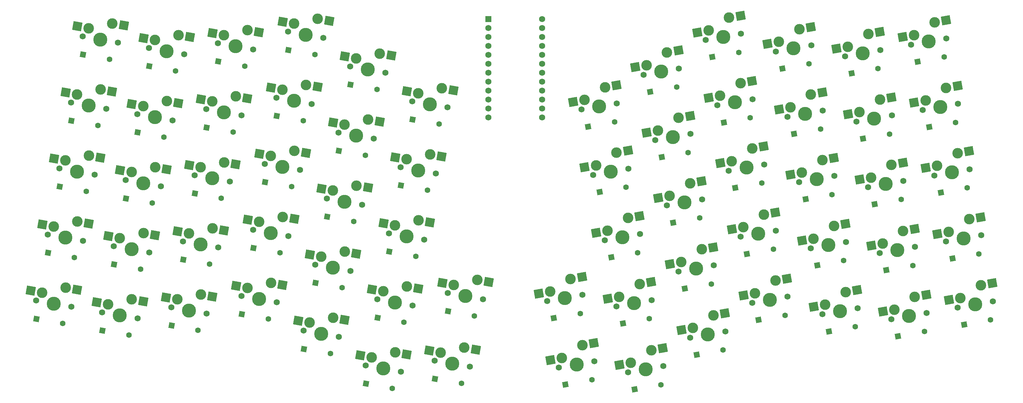
<source format=gbs>
%TF.GenerationSoftware,KiCad,Pcbnew,(6.0.8)*%
%TF.CreationDate,2023-02-18T20:03:01+07:00*%
%TF.ProjectId,test,74657374-2e6b-4696-9361-645f70636258,rev?*%
%TF.SameCoordinates,Original*%
%TF.FileFunction,Soldermask,Bot*%
%TF.FilePolarity,Negative*%
%FSLAX46Y46*%
G04 Gerber Fmt 4.6, Leading zero omitted, Abs format (unit mm)*
G04 Created by KiCad (PCBNEW (6.0.8)) date 2023-02-18 20:03:01*
%MOMM*%
%LPD*%
G01*
G04 APERTURE LIST*
G04 Aperture macros list*
%AMHorizOval*
0 Thick line with rounded ends*
0 $1 width*
0 $2 $3 position (X,Y) of the first rounded end (center of the circle)*
0 $4 $5 position (X,Y) of the second rounded end (center of the circle)*
0 Add line between two ends*
20,1,$1,$2,$3,$4,$5,0*
0 Add two circle primitives to create the rounded ends*
1,1,$1,$2,$3*
1,1,$1,$4,$5*%
%AMRotRect*
0 Rectangle, with rotation*
0 The origin of the aperture is its center*
0 $1 length*
0 $2 width*
0 $3 Rotation angle, in degrees counterclockwise*
0 Add horizontal line*
21,1,$1,$2,0,0,$3*%
G04 Aperture macros list end*
%ADD10C,1.750000*%
%ADD11C,3.000000*%
%ADD12C,3.987800*%
%ADD13RotRect,2.550000X2.500000X10.000000*%
%ADD14RotRect,2.550000X2.500000X350.000000*%
%ADD15RotRect,1.600000X1.600000X10.000000*%
%ADD16HorizOval,1.600000X0.000000X0.000000X0.000000X0.000000X0*%
%ADD17RotRect,1.600000X1.600000X350.000000*%
%ADD18HorizOval,1.600000X0.000000X0.000000X0.000000X0.000000X0*%
%ADD19C,1.752600*%
%ADD20R,1.752600X1.752600*%
G04 APERTURE END LIST*
D10*
%TO.C,SW61*%
X232797526Y-140654658D03*
D11*
X223601519Y-139696979D03*
X229413982Y-136092901D03*
D10*
X222791880Y-142418924D03*
D12*
X227794703Y-141536791D03*
D13*
X220376274Y-140265677D03*
X232665817Y-135519515D03*
%TD*%
D11*
%TO.C,SW2*%
X53376850Y-67762836D03*
D10*
X51685078Y-70043714D03*
D11*
X60071445Y-66364090D03*
D12*
X56687901Y-70925847D03*
D10*
X61690724Y-71807980D03*
D14*
X50151604Y-67194138D03*
X63323281Y-66937476D03*
%TD*%
D15*
%TO.C,D34*%
X200422874Y-119611770D03*
D16*
X207927109Y-118288571D03*
%TD*%
D10*
%TO.C,SW19*%
X146438056Y-141371524D03*
X136432410Y-139607258D03*
D12*
X141435233Y-140489391D03*
D11*
X144818777Y-135927634D03*
X138124182Y-137326380D03*
D14*
X134898936Y-136757682D03*
X148070613Y-136501020D03*
%TD*%
D17*
%TO.C,D53*%
X38535994Y-150266666D03*
D18*
X46040229Y-151589865D03*
%TD*%
D11*
%TO.C,SW51*%
X278560083Y-122268750D03*
D12*
X282753267Y-124108562D03*
D10*
X277750444Y-124990695D03*
D11*
X284372546Y-118664672D03*
D10*
X287756090Y-123226429D03*
D13*
X275334838Y-122837448D03*
X287624381Y-118091286D03*
%TD*%
D15*
%TO.C,D61*%
X224641658Y-147258740D03*
D16*
X232145893Y-145935541D03*
%TD*%
D15*
%TO.C,D10*%
X231394214Y-75849810D03*
D16*
X238898449Y-74526611D03*
%TD*%
D15*
%TO.C,D59*%
X189436081Y-167007147D03*
D16*
X196940316Y-165683948D03*
%TD*%
D12*
%TO.C,SW20*%
X182698213Y-105191041D03*
D10*
X187701036Y-104308908D03*
D11*
X184317492Y-99747151D03*
X178505029Y-103351229D03*
D10*
X177695390Y-106073174D03*
D13*
X175279784Y-103919927D03*
X187569327Y-99173765D03*
%TD*%
D12*
%TO.C,SW47*%
X206883917Y-132650406D03*
D10*
X201881094Y-133532539D03*
D11*
X202690733Y-130810594D03*
D10*
X211886740Y-131768273D03*
D11*
X208503196Y-127206516D03*
D13*
X199465488Y-131379292D03*
X211755031Y-126633130D03*
%TD*%
D10*
%TO.C,SW52*%
X19692499Y-141778066D03*
D11*
X28078866Y-138098442D03*
X21384271Y-139497188D03*
D12*
X24695322Y-142660199D03*
D10*
X29698145Y-143542332D03*
D14*
X18159025Y-138928490D03*
X31330702Y-138671828D03*
%TD*%
D11*
%TO.C,SW24*%
X253216580Y-88243179D03*
X259029043Y-84639101D03*
D12*
X257409764Y-90082991D03*
D10*
X252406941Y-90965124D03*
X262412587Y-89200858D03*
D13*
X249991335Y-88811877D03*
X262280878Y-84065715D03*
%TD*%
D15*
%TO.C,D21*%
X197147956Y-101038788D03*
D16*
X204652191Y-99715589D03*
%TD*%
D10*
%TO.C,SW32*%
X164674178Y-141930791D03*
D12*
X169677001Y-141048658D03*
D11*
X165483817Y-139208846D03*
X171296280Y-135604768D03*
D10*
X174679824Y-140166525D03*
D13*
X162258572Y-139777544D03*
X174548115Y-135031382D03*
%TD*%
D17*
%TO.C,D40*%
X41843992Y-131506079D03*
D18*
X49348227Y-132829278D03*
%TD*%
D15*
%TO.C,D48*%
X221333660Y-128498153D03*
D16*
X228837895Y-127174954D03*
%TD*%
D17*
%TO.C,D2*%
X51767985Y-75224316D03*
D18*
X59272220Y-76547515D03*
%TD*%
D11*
%TO.C,SW49*%
X240211908Y-124194599D03*
D10*
X239402269Y-126916544D03*
D12*
X244405092Y-126034411D03*
D10*
X249407915Y-125152278D03*
D11*
X246024371Y-120590521D03*
D13*
X236986663Y-124763297D03*
X249276206Y-120017135D03*
%TD*%
D11*
%TO.C,SW10*%
X236166538Y-64683970D03*
D12*
X234547259Y-70127860D03*
D10*
X239550082Y-69245727D03*
X229544436Y-71009993D03*
D11*
X230354075Y-68288048D03*
D13*
X227128830Y-68856746D03*
X239418373Y-64110584D03*
%TD*%
D15*
%TO.C,D51*%
X279600222Y-129830512D03*
D16*
X287104457Y-128507313D03*
%TD*%
D17*
%TO.C,D41*%
X61431579Y-130123930D03*
D18*
X68935814Y-131447129D03*
%TD*%
D15*
%TO.C,D37*%
X257531636Y-114377923D03*
D16*
X265035871Y-113054724D03*
%TD*%
D11*
%TO.C,SW11*%
X255754125Y-66066120D03*
D10*
X249132023Y-72392143D03*
X259137669Y-70627877D03*
D11*
X249941662Y-69670198D03*
D12*
X254134846Y-71510010D03*
D13*
X246716417Y-70238896D03*
X259005960Y-65492734D03*
%TD*%
D11*
%TO.C,SW7*%
X181042574Y-81174169D03*
X175230111Y-84778247D03*
D10*
X184426118Y-85735926D03*
D12*
X179423295Y-86618059D03*
D10*
X174420472Y-87500192D03*
D13*
X172004866Y-85346945D03*
X184294409Y-80600783D03*
%TD*%
D15*
%TO.C,D35*%
X218025662Y-109737566D03*
D16*
X225529897Y-108414367D03*
%TD*%
D11*
%TO.C,SW40*%
X43452857Y-124044599D03*
D10*
X41761085Y-126325477D03*
D12*
X46763908Y-127207610D03*
D10*
X51766731Y-128089743D03*
D11*
X50147452Y-122645853D03*
D14*
X40227611Y-123475901D03*
X53399288Y-123219239D03*
%TD*%
D17*
%TO.C,D28*%
X64739577Y-111363342D03*
D18*
X72243812Y-112686541D03*
%TD*%
D12*
%TO.C,SW60*%
X210191915Y-151410994D03*
D10*
X215194738Y-150528861D03*
X205189092Y-152293127D03*
D11*
X211811194Y-145967104D03*
X205998731Y-149571182D03*
D13*
X202773486Y-150139880D03*
X215063029Y-145393718D03*
%TD*%
D11*
%TO.C,SW35*%
X216985524Y-102175804D03*
D10*
X216175885Y-104897749D03*
X226181531Y-103133483D03*
D12*
X221178708Y-104015616D03*
D11*
X222797987Y-98571726D03*
D13*
X213760279Y-102744502D03*
X226049822Y-97998340D03*
%TD*%
D15*
%TO.C,D60*%
X207038869Y-157132944D03*
D16*
X214543104Y-155809745D03*
%TD*%
D17*
%TO.C,D14*%
X48459987Y-93984904D03*
D18*
X55964222Y-95308103D03*
%TD*%
D17*
%TO.C,D52*%
X19775406Y-146958668D03*
D18*
X27279641Y-148281867D03*
%TD*%
D11*
%TO.C,SW12*%
X274514713Y-62758122D03*
X268702250Y-66362200D03*
D10*
X277898257Y-67319879D03*
X267892611Y-69084145D03*
D12*
X272895434Y-68202012D03*
D13*
X265477005Y-66930898D03*
X277766548Y-62184736D03*
%TD*%
D17*
%TO.C,D6*%
X126479536Y-90332366D03*
D18*
X133983771Y-91655565D03*
%TD*%
D11*
%TO.C,SW29*%
X86266828Y-100643654D03*
D10*
X94580702Y-104688798D03*
X84575056Y-102924532D03*
D11*
X92961423Y-99244908D03*
D12*
X89577879Y-103806665D03*
D14*
X83041582Y-100074956D03*
X96213259Y-99818294D03*
%TD*%
D11*
%TO.C,SW14*%
X50068852Y-86523424D03*
X56763447Y-85124678D03*
D12*
X53379903Y-89686435D03*
D10*
X58382726Y-90568568D03*
X48377080Y-88804302D03*
D14*
X46843606Y-85954726D03*
X60015283Y-85698064D03*
%TD*%
D15*
%TO.C,D64*%
X282908219Y-148591100D03*
D16*
X290412454Y-147267901D03*
%TD*%
D17*
%TO.C,D29*%
X84657964Y-108105134D03*
D18*
X92162199Y-109428333D03*
%TD*%
D17*
%TO.C,D57*%
X113247545Y-165374716D03*
D18*
X120751780Y-166697915D03*
%TD*%
D11*
%TO.C,SW13*%
X38002859Y-81816680D03*
X31308264Y-83215426D03*
D10*
X39622138Y-87260570D03*
X29616492Y-85496304D03*
D12*
X34619315Y-86378437D03*
D14*
X28083018Y-82646728D03*
X41254695Y-82390066D03*
%TD*%
D17*
%TO.C,D5*%
X108876748Y-80458163D03*
D18*
X116380983Y-81781362D03*
%TD*%
D17*
%TO.C,D15*%
X68047574Y-92602755D03*
D18*
X75551809Y-93925954D03*
%TD*%
D15*
%TO.C,D9*%
X211475827Y-72591602D03*
D16*
X218980062Y-71268403D03*
%TD*%
D11*
%TO.C,SW23*%
X239441456Y-83256952D03*
X233628993Y-86861030D03*
D10*
X232819354Y-89582975D03*
X242825000Y-87818709D03*
D12*
X237822177Y-88700842D03*
D13*
X230403748Y-87429728D03*
X242693291Y-82683566D03*
%TD*%
D12*
%TO.C,SW6*%
X131399452Y-86033897D03*
D11*
X128088401Y-82870886D03*
X134782996Y-81472140D03*
D10*
X126396629Y-85151764D03*
X136402275Y-86916030D03*
D14*
X124863155Y-82302188D03*
X138034832Y-82045526D03*
%TD*%
D15*
%TO.C,D63*%
X264147632Y-151899098D03*
D16*
X271651867Y-150575899D03*
%TD*%
D17*
%TO.C,D16*%
X87965961Y-89344547D03*
D18*
X95470196Y-90667746D03*
%TD*%
D15*
%TO.C,D22*%
X214750744Y-91164584D03*
D16*
X222254979Y-89841385D03*
%TD*%
D17*
%TO.C,D30*%
X102260752Y-117979338D03*
D18*
X109764987Y-119302537D03*
%TD*%
D11*
%TO.C,SW39*%
X31386864Y-119337855D03*
D10*
X23000497Y-123017479D03*
D12*
X28003320Y-123899612D03*
D10*
X33006143Y-124781745D03*
D11*
X24692269Y-120736601D03*
D14*
X21467023Y-120167903D03*
X34638700Y-119911241D03*
%TD*%
D15*
%TO.C,D32*%
X166523956Y-146770608D03*
D16*
X174028191Y-145447409D03*
%TD*%
D11*
%TO.C,SW53*%
X40144859Y-142805186D03*
D12*
X43455910Y-145968197D03*
D10*
X38453087Y-145086064D03*
X48458733Y-146850330D03*
D11*
X46839454Y-141406440D03*
D14*
X36919613Y-142236488D03*
X50091290Y-141979826D03*
%TD*%
D11*
%TO.C,SW3*%
X79659032Y-64981941D03*
D12*
X76275488Y-69543698D03*
D10*
X71272665Y-68661565D03*
X81278311Y-70425831D03*
D11*
X72964437Y-66380687D03*
D14*
X69739191Y-65811989D03*
X82910868Y-65555327D03*
%TD*%
D15*
%TO.C,D49*%
X241252047Y-131756361D03*
D16*
X248756282Y-130433162D03*
%TD*%
D17*
%TO.C,D55*%
X78041968Y-145626309D03*
D18*
X85546203Y-146949508D03*
%TD*%
D12*
%TO.C,SW1*%
X37927313Y-67617849D03*
D11*
X34616262Y-64454838D03*
D10*
X42930136Y-68499982D03*
D11*
X41310857Y-63056092D03*
D10*
X32924490Y-66735716D03*
D14*
X31391016Y-63886140D03*
X44562693Y-63629478D03*
%TD*%
D11*
%TO.C,SW37*%
X256491498Y-106816161D03*
D10*
X255681859Y-109538106D03*
X265687505Y-107773840D03*
D11*
X262303961Y-103212083D03*
D12*
X260684682Y-108655973D03*
D13*
X253266253Y-107384859D03*
X265555796Y-102638697D03*
%TD*%
D11*
%TO.C,SW17*%
X113872210Y-90358524D03*
X107177615Y-91757270D03*
D12*
X110488666Y-94920281D03*
D10*
X115491489Y-95802414D03*
X105485843Y-94038148D03*
D14*
X103952369Y-91188572D03*
X117124046Y-90931910D03*
%TD*%
D11*
%TO.C,SW27*%
X53455449Y-103885266D03*
D10*
X45069082Y-107564890D03*
X55074728Y-109329156D03*
D11*
X46760854Y-105284012D03*
D12*
X50071905Y-108447023D03*
D14*
X43535608Y-104715314D03*
X56707285Y-104458652D03*
%TD*%
D15*
%TO.C,D47*%
X203730871Y-138372356D03*
D16*
X211235106Y-137049157D03*
%TD*%
D12*
%TO.C,SW30*%
X107180668Y-113680869D03*
D10*
X102177845Y-112798736D03*
D11*
X103869617Y-110517858D03*
X110564212Y-109119112D03*
D10*
X112183491Y-114563002D03*
D14*
X100644371Y-109949160D03*
X113816048Y-109692498D03*
%TD*%
D11*
%TO.C,SW56*%
X103948217Y-146640286D03*
X97253622Y-148039032D03*
D10*
X105567496Y-152084176D03*
X95561850Y-150319910D03*
D12*
X100564673Y-151202043D03*
D14*
X94028376Y-147470334D03*
X107200053Y-147213672D03*
%TD*%
D17*
%TO.C,D45*%
X132835132Y-163992567D03*
D18*
X140339367Y-165315766D03*
%TD*%
D10*
%TO.C,SW58*%
X167998716Y-160785181D03*
D11*
X168808355Y-158063236D03*
D10*
X178004362Y-159020915D03*
D12*
X173001539Y-159903048D03*
D11*
X174620818Y-154459158D03*
D13*
X165583110Y-158631934D03*
X177872653Y-153885772D03*
%TD*%
D11*
%TO.C,SW21*%
X196107818Y-93477026D03*
D10*
X195298179Y-96198971D03*
D11*
X201920281Y-89872948D03*
D12*
X200301002Y-95316838D03*
D10*
X205303825Y-94434705D03*
D13*
X192882573Y-94045724D03*
X205172116Y-89299562D03*
%TD*%
D10*
%TO.C,SW25*%
X271167529Y-87657127D03*
D11*
X277789631Y-81331104D03*
D10*
X281173175Y-85892861D03*
D11*
X271977168Y-84935182D03*
D12*
X276170352Y-86774994D03*
D13*
X268751923Y-85503880D03*
X281041466Y-80757718D03*
%TD*%
D11*
%TO.C,SW59*%
X194208405Y-155841308D03*
D10*
X197591949Y-160403065D03*
D11*
X188395942Y-159445386D03*
D12*
X192589126Y-161285198D03*
D10*
X187586303Y-162167331D03*
D13*
X185170697Y-160014084D03*
X197460240Y-155267922D03*
%TD*%
D17*
%TO.C,D43*%
X98952754Y-136739926D03*
D18*
X106456989Y-138063125D03*
%TD*%
D15*
%TO.C,D23*%
X234669131Y-94422792D03*
D16*
X242173366Y-93099593D03*
%TD*%
D11*
%TO.C,SW54*%
X66427041Y-140024291D03*
D10*
X68046320Y-145468181D03*
D11*
X59732446Y-141423037D03*
D10*
X58040674Y-143703915D03*
D12*
X63043497Y-144586048D03*
D14*
X56507200Y-140854339D03*
X69678877Y-140597677D03*
%TD*%
D10*
%TO.C,SW4*%
X101196698Y-67167623D03*
D12*
X96193875Y-66285490D03*
D11*
X99577419Y-61723733D03*
D10*
X91191052Y-65403357D03*
D11*
X92882824Y-63122479D03*
D14*
X89657578Y-62553781D03*
X102829255Y-62297119D03*
%TD*%
D17*
%TO.C,D18*%
X123171538Y-109092954D03*
D18*
X130675773Y-110416153D03*
%TD*%
D17*
%TO.C,D44*%
X116555543Y-146614129D03*
D18*
X124059778Y-147937328D03*
%TD*%
D17*
%TO.C,D42*%
X81349966Y-126865722D03*
D18*
X88854201Y-128188921D03*
%TD*%
D15*
%TO.C,D33*%
X182820085Y-129485973D03*
D16*
X190324320Y-128162774D03*
%TD*%
D12*
%TO.C,SW41*%
X66351495Y-125825461D03*
D10*
X71354318Y-126707594D03*
D11*
X63040444Y-122662450D03*
X69735039Y-121263704D03*
D10*
X61348672Y-124943328D03*
D14*
X59815198Y-122093752D03*
X72986875Y-121837090D03*
%TD*%
D11*
%TO.C,SW28*%
X73043037Y-102503116D03*
X66348442Y-103901862D03*
D10*
X64656670Y-106182740D03*
X74662316Y-107947006D03*
D12*
X69659493Y-107064873D03*
D14*
X63123196Y-103333164D03*
X76294873Y-103076502D03*
%TD*%
D11*
%TO.C,SW31*%
X128167000Y-118993315D03*
X121472405Y-120392061D03*
D10*
X119780633Y-122672939D03*
D12*
X124783456Y-123555072D03*
D10*
X129786279Y-124437205D03*
D14*
X118247159Y-119823363D03*
X131418836Y-119566701D03*
%TD*%
D15*
%TO.C,D11*%
X250981801Y-77231959D03*
D16*
X258486036Y-75908760D03*
%TD*%
D15*
%TO.C,D24*%
X254256718Y-95804941D03*
D16*
X261760953Y-94481742D03*
%TD*%
D15*
%TO.C,D12*%
X269742388Y-73923962D03*
D16*
X277246623Y-72600763D03*
%TD*%
D15*
%TO.C,D62*%
X244560045Y-150516948D03*
D16*
X252064280Y-149193749D03*
%TD*%
D17*
%TO.C,D3*%
X71355572Y-73842167D03*
D18*
X78859807Y-75165366D03*
%TD*%
D17*
%TO.C,D39*%
X23083404Y-128198081D03*
D18*
X30587639Y-129521280D03*
%TD*%
D15*
%TO.C,D46*%
X186128083Y-148246560D03*
D16*
X193632318Y-146923361D03*
%TD*%
D11*
%TO.C,SW5*%
X110485613Y-72996683D03*
D10*
X108793841Y-75277561D03*
D12*
X113796664Y-76159694D03*
D10*
X118799487Y-77041827D03*
D11*
X117180208Y-71597937D03*
D14*
X107260367Y-72427985D03*
X120432044Y-72171323D03*
%TD*%
D11*
%TO.C,SW34*%
X205195198Y-108445930D03*
D12*
X203575919Y-113889820D03*
D10*
X198573096Y-114771953D03*
D11*
X199382735Y-112050008D03*
D10*
X208578742Y-113007687D03*
D13*
X196157490Y-112618706D03*
X208447033Y-107872544D03*
%TD*%
D15*
%TO.C,D58*%
X169848494Y-165624998D03*
D16*
X177352729Y-164301799D03*
%TD*%
D11*
%TO.C,SW9*%
X216248151Y-61425763D03*
D12*
X214628872Y-66869653D03*
D11*
X210435688Y-65029841D03*
D10*
X219631695Y-65987520D03*
X209626049Y-67751786D03*
D13*
X207210443Y-65598539D03*
X219499986Y-60852377D03*
%TD*%
D15*
%TO.C,D25*%
X273017306Y-92496944D03*
D16*
X280521541Y-91173745D03*
%TD*%
D17*
%TO.C,D26*%
X26391402Y-109437494D03*
D18*
X33895637Y-110760693D03*
%TD*%
D12*
%TO.C,SW62*%
X247713090Y-144794998D03*
D10*
X242710267Y-145677131D03*
D11*
X243519906Y-142955186D03*
D10*
X252715913Y-143912865D03*
D11*
X249332369Y-139351108D03*
D13*
X240294661Y-143523884D03*
X252584204Y-138777722D03*
%TD*%
D12*
%TO.C,SW44*%
X121475459Y-142315660D03*
D11*
X124859003Y-137753903D03*
X118164408Y-139152649D03*
D10*
X116472636Y-141433527D03*
X126478282Y-143197793D03*
D14*
X114939162Y-138583951D03*
X128110839Y-138327289D03*
%TD*%
D15*
%TO.C,D50*%
X260839634Y-133138510D03*
D16*
X268343869Y-131815311D03*
%TD*%
D17*
%TO.C,D13*%
X29699400Y-90676906D03*
D18*
X37203635Y-92000105D03*
%TD*%
D10*
%TO.C,SW22*%
X212900967Y-86324767D03*
D11*
X213710606Y-83602822D03*
D12*
X217903790Y-85442634D03*
D10*
X222906613Y-84560501D03*
D11*
X219523069Y-79998744D03*
D13*
X210485361Y-84171520D03*
X222774904Y-79425358D03*
%TD*%
D10*
%TO.C,SW38*%
X284448093Y-104465842D03*
D11*
X275252086Y-103508163D03*
D10*
X274442447Y-106230108D03*
D12*
X279445270Y-105347975D03*
D11*
X281064549Y-99904085D03*
D13*
X272026841Y-104076861D03*
X284316384Y-99330699D03*
%TD*%
D11*
%TO.C,SW57*%
X121551005Y-156514490D03*
D10*
X113164638Y-160194114D03*
D12*
X118167461Y-161076247D03*
D11*
X114856410Y-157913236D03*
D10*
X123170284Y-161958380D03*
D14*
X111631164Y-157344538D03*
X124802841Y-157087876D03*
%TD*%
D19*
%TO.C,U1*%
X163195000Y-61835500D03*
X163195000Y-64375500D03*
X163195000Y-66915500D03*
X163195000Y-69455500D03*
X163195000Y-71995500D03*
X163195000Y-74535500D03*
X163195000Y-77075500D03*
X163195000Y-79615500D03*
X163195000Y-82155500D03*
X163195000Y-84695500D03*
X163195000Y-87235500D03*
X163195000Y-89775500D03*
X147955000Y-89775500D03*
X147955000Y-87235500D03*
X147955000Y-84695500D03*
X147955000Y-82155500D03*
X147955000Y-79615500D03*
X147955000Y-77075500D03*
X147955000Y-74535500D03*
X147955000Y-71995500D03*
X147955000Y-69455500D03*
X147955000Y-66915500D03*
X147955000Y-64375500D03*
D20*
X147955000Y-61835500D03*
%TD*%
D15*
%TO.C,D8*%
X193873038Y-82465806D03*
D16*
X201377273Y-81142607D03*
%TD*%
D15*
%TO.C,D20*%
X179545167Y-110912991D03*
D16*
X187049402Y-109589792D03*
%TD*%
D11*
%TO.C,SW64*%
X281868081Y-141029338D03*
D12*
X286061265Y-142869150D03*
D11*
X287680544Y-137425260D03*
D10*
X281058442Y-143751283D03*
X291064088Y-141987017D03*
D13*
X278642836Y-141598036D03*
X290932379Y-136851874D03*
%TD*%
D15*
%TO.C,D38*%
X276292224Y-111069925D03*
D16*
X283796459Y-109746726D03*
%TD*%
D17*
%TO.C,D31*%
X119863541Y-127853541D03*
D18*
X127367776Y-129176740D03*
%TD*%
D10*
%TO.C,SW63*%
X262297854Y-147059281D03*
D11*
X263107493Y-144337336D03*
D12*
X267300677Y-146177148D03*
D11*
X268919956Y-140733258D03*
D10*
X272303500Y-145295015D03*
D13*
X259882248Y-144906034D03*
X272171791Y-140159872D03*
%TD*%
D17*
%TO.C,D27*%
X45151990Y-112745492D03*
D18*
X52656225Y-114068691D03*
%TD*%
D11*
%TO.C,SW36*%
X242716374Y-101829934D03*
D10*
X246099918Y-106391691D03*
X236094272Y-108155957D03*
D11*
X236903911Y-105434012D03*
D12*
X241097095Y-107273824D03*
D13*
X233678666Y-106002710D03*
X245968209Y-101256548D03*
%TD*%
D11*
%TO.C,SW8*%
X192832900Y-74904044D03*
X198645363Y-71299966D03*
D10*
X202028907Y-75861723D03*
X192023261Y-77625989D03*
D12*
X197026084Y-76743856D03*
D13*
X189607655Y-75472742D03*
X201897198Y-70726580D03*
%TD*%
D11*
%TO.C,SW45*%
X141138592Y-155132341D03*
D10*
X142757871Y-160576231D03*
D12*
X137755048Y-159694098D03*
D10*
X132752225Y-158811965D03*
D11*
X134443997Y-156531087D03*
D14*
X131218751Y-155962389D03*
X144390428Y-155705727D03*
%TD*%
D10*
%TO.C,SW46*%
X194283952Y-141642477D03*
D12*
X189281129Y-142524610D03*
D10*
X184278306Y-143406743D03*
D11*
X190900408Y-137080720D03*
X185087945Y-140684798D03*
D13*
X181862700Y-141253496D03*
X194152243Y-136507334D03*
%TD*%
D17*
%TO.C,D56*%
X95644757Y-155500512D03*
D18*
X103148992Y-156823711D03*
%TD*%
D11*
%TO.C,SW50*%
X259799496Y-125576748D03*
D10*
X258989857Y-128298693D03*
X268995503Y-126534427D03*
D11*
X265611959Y-121972670D03*
D12*
X263992680Y-127416560D03*
D13*
X256574251Y-126145446D03*
X268863794Y-121399284D03*
%TD*%
D11*
%TO.C,SW33*%
X181779947Y-121924211D03*
D10*
X180970308Y-124646156D03*
D12*
X185973131Y-123764023D03*
D11*
X187592410Y-118320133D03*
D10*
X190975954Y-122881890D03*
D13*
X178554702Y-122492909D03*
X190844245Y-117746747D03*
%TD*%
D10*
%TO.C,SW55*%
X77959061Y-140445707D03*
X87964707Y-142209973D03*
D12*
X82961884Y-141327840D03*
D11*
X86345428Y-136766083D03*
X79650833Y-138164829D03*
D14*
X76425587Y-137596131D03*
X89597264Y-137339469D03*
%TD*%
D11*
%TO.C,SW43*%
X100561619Y-129278446D03*
D12*
X103872670Y-132441457D03*
D11*
X107256214Y-127879700D03*
D10*
X98869847Y-131559324D03*
X108875493Y-133323590D03*
D14*
X97336373Y-128709748D03*
X110508050Y-128453086D03*
%TD*%
D17*
%TO.C,D54*%
X58123581Y-148884517D03*
D18*
X65627816Y-150207716D03*
%TD*%
D15*
%TO.C,D36*%
X237944049Y-112995774D03*
D16*
X245448284Y-111672575D03*
%TD*%
D11*
%TO.C,SW16*%
X89574826Y-81883067D03*
D10*
X97888700Y-85928211D03*
X87883054Y-84163945D03*
D12*
X92885877Y-85046078D03*
D11*
X96269421Y-80484321D03*
D14*
X86349580Y-81314369D03*
X99521257Y-81057707D03*
%TD*%
D17*
%TO.C,D1*%
X33007397Y-71916318D03*
D18*
X40511632Y-73239517D03*
%TD*%
D10*
%TO.C,SW26*%
X26308495Y-104256892D03*
D11*
X34694862Y-100577268D03*
D10*
X36314141Y-106021158D03*
D11*
X28000267Y-101976014D03*
D12*
X31311318Y-105139025D03*
D14*
X24775021Y-101407316D03*
X37946698Y-101150654D03*
%TD*%
D10*
%TO.C,SW18*%
X123088631Y-103912352D03*
D11*
X124780403Y-101631474D03*
D10*
X133094277Y-105676618D03*
D11*
X131474998Y-100232728D03*
D12*
X128091454Y-104794485D03*
D14*
X121555157Y-101062776D03*
X134726834Y-100806114D03*
%TD*%
D12*
%TO.C,SW15*%
X72967490Y-88304286D03*
D11*
X76351034Y-83742529D03*
X69656439Y-85141275D03*
D10*
X77970313Y-89186419D03*
X67964667Y-87422153D03*
D14*
X66431193Y-84572577D03*
X79602870Y-84315915D03*
%TD*%
D17*
%TO.C,D4*%
X91273959Y-70583959D03*
D18*
X98778194Y-71907158D03*
%TD*%
D17*
%TO.C,D19*%
X136515317Y-144787860D03*
D18*
X144019552Y-146111059D03*
%TD*%
D11*
%TO.C,SW42*%
X89653426Y-118005496D03*
D12*
X86269882Y-122567253D03*
D10*
X81267059Y-121685120D03*
D11*
X82958831Y-119404242D03*
D10*
X91272705Y-123449386D03*
D14*
X79733585Y-118835544D03*
X92905262Y-118578882D03*
%TD*%
D15*
%TO.C,D7*%
X176270250Y-92340009D03*
D16*
X183774485Y-91016810D03*
%TD*%
D10*
%TO.C,SW48*%
X219483882Y-123658336D03*
D11*
X226105984Y-117332313D03*
D12*
X224486705Y-122776203D03*
D10*
X229489528Y-121894070D03*
D11*
X220293521Y-120936391D03*
D13*
X217068276Y-121505089D03*
X229357819Y-116758927D03*
%TD*%
D17*
%TO.C,D17*%
X105568750Y-99218750D03*
D18*
X113072985Y-100541949D03*
%TD*%
M02*

</source>
